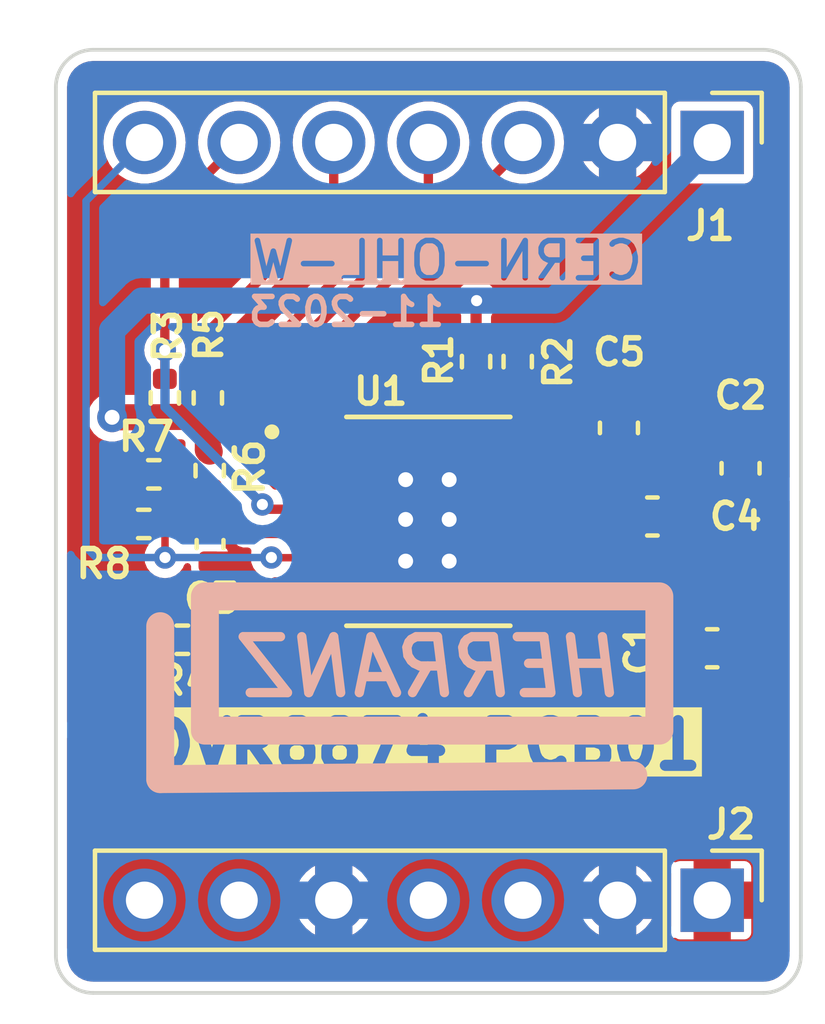
<source format=kicad_pcb>
(kicad_pcb (version 20221018) (generator pcbnew)
  (layers (0 "F.Cu" signal) (31 "B.Cu" signal) (34 "B.Paste" user) (35 "F.Paste" user) (36 "B.SilkS" user "B.Silkscreen") (37 "F.SilkS" user "F.Silkscreen") (38 "B.Mask" user) (39 "F.Mask" user) (44 "Edge.Cuts" user))
  (net 0 "")
  (net 1 "Vdrive")
  (net 2 "GND")
  (net 3 "Net-(U1-VCP)")
  (net 4 "+3V3")
  (net 5 "Net-(U1-CPH)")
  (net 6 "Net-(U1-CPL)")
  (net 7 "/Pmode")
  (net 8 "/nFault")
  (net 9 "/nSleep")
  (net 10 "/PWM")
  (net 11 "/DIR")
  (net 12 "/CurrADC")
  (net 13 "/M+")
  (net 14 "/M-")
  (net 15 "Net-(U1-IMODE)")
  (net 16 "Net-(U1-VREF)")
  (footprint "Resistor_SMD:R_0402_1005Metric" (layer "F.Cu") (at 119.9248 110.99 90)
    (fp_text reference "R3" (at 1.6603 0.0752 90) (layer "F.SilkS") (effects (font (size 0.7 0.7))))
    (fp_text value "10K")
    (fp_line (start -0.153641 -0.38) (end 0.153641 -0.38) (stroke (width 0.12)) (layer "F.SilkS"))
    (fp_line (start -0.153641 0.38) (end 0.153641 0.38) (stroke (width 0.12)) (layer "F.SilkS"))
    (pad "1" smd roundrect (at -0.51 0 90) (size 0.54 0.64) (layers "F.Cu" "F.Paste" "F.Mask") (net 4 "+3V3"))
    (pad "2" smd roundrect (at 0.51 0 90) (size 0.54 0.64) (layers "F.Cu" "F.Paste" "F.Mask") (net 8 "/nFault"))
  )
  (footprint "Resistor_SMD:R_0402_1005Metric" (layer "F.Cu") (at 120.396 117.475)
    (fp_text reference "R4" (at 0.0508 1.0922) (layer "F.SilkS") (effects (font (size 0.75 0.75))))
    (fp_text value "62K")
    (fp_line (start -0.153641 -0.38) (end 0.153641 -0.38) (stroke (width 0.12)) (layer "F.SilkS"))
    (fp_line (start -0.153641 0.38) (end 0.153641 0.38) (stroke (width 0.12)) (layer "F.SilkS"))
    (pad "1" smd roundrect (at -0.51 0) (size 0.54 0.64) (layers "F.Cu" "F.Paste" "F.Mask") (net 2 "GND"))
    (pad "2" smd roundrect (at 0.51 0) (size 0.54 0.64) (layers "F.Cu" "F.Paste" "F.Mask") (net 15 "Net-(U1-IMODE)"))
  )
  (footprint "Capacitor_SMD:C_0603_1608Metric" (layer "F.Cu") (at 132.1168 111.7945 90)
    (fp_text reference "C5" (at 2.032 0.0092) (layer "F.SilkS") (effects (font (size 0.7 0.7))))
    (fp_text value "22nF")
    (fp_line (start -0.14058 -0.51) (end 0.14058 -0.51) (stroke (width 0.12)) (layer "F.SilkS"))
    (fp_line (start -0.14058 0.51) (end 0.14058 0.51) (stroke (width 0.12)) (layer "F.SilkS"))
    (pad "1" smd roundrect (at -0.775 0 90) (size 0.9 0.95) (layers "F.Cu" "F.Paste" "F.Mask") (net 5 "Net-(U1-CPH)"))
    (pad "2" smd roundrect (at 0.775 0 90) (size 0.9 0.95) (layers "F.Cu" "F.Paste" "F.Mask") (net 6 "Net-(U1-CPL)"))
  )
  (footprint "Resistor_SMD:R_0402_1005Metric" (layer "F.Cu") (at 129.399 110.0165 -90)
    (fp_text reference "R2" (at 0.0163 -1.0808 -90) (layer "F.SilkS") (effects (font (size 0.7 0.7))))
    (fp_text value "0")
    (fp_line (start -0.153641 -0.38) (end 0.153641 -0.38) (stroke (width 0.12)) (layer "F.SilkS"))
    (fp_line (start -0.153641 0.38) (end 0.153641 0.38) (stroke (width 0.12)) (layer "F.SilkS"))
    (pad "1" smd roundrect (at -0.51 0 270) (size 0.54 0.64) (layers "F.Cu" "F.Paste" "F.Mask") (net 2 "GND"))
    (pad "2" smd roundrect (at 0.51 0 270) (size 0.54 0.64) (layers "F.Cu" "F.Paste" "F.Mask") (net 7 "/Pmode"))
  )
  (footprint "Resistor_SMD:R_0402_1005Metric" (layer "F.Cu") (at 128.2814 110.0165 90)
    (fp_text reference "R1" (at 0.0345 -1.002 270) (layer "F.SilkS") (effects (font (size 0.7 0.7))))
    (fp_text value "0")
    (fp_line (start -0.153641 -0.38) (end 0.153641 -0.38) (stroke (width 0.12)) (layer "F.SilkS"))
    (fp_line (start -0.153641 0.38) (end 0.153641 0.38) (stroke (width 0.12)) (layer "F.SilkS"))
    (pad "1" smd roundrect (at -0.51 0 90) (size 0.54 0.64) (layers "F.Cu" "F.Paste" "F.Mask") (net 7 "/Pmode"))
    (pad "2" smd roundrect (at 0.51 0 90) (size 0.54 0.64) (layers "F.Cu" "F.Paste" "F.Mask") (net 4 "+3V3"))
  )
  (footprint "Capacitor_SMD:C_0603_1608Metric" (layer "F.Cu") (at 135.382 112.8776 90)
    (fp_text reference "C2" (at 1.9558 0) (layer "F.SilkS") (effects (font (size 0.7 0.7))))
    (fp_text value "100nF")
    (fp_line (start -0.14058 -0.51) (end 0.14058 -0.51) (stroke (width 0.12)) (layer "F.SilkS"))
    (fp_line (start -0.14058 0.51) (end 0.14058 0.51) (stroke (width 0.12)) (layer "F.SilkS"))
    (pad "1" smd roundrect (at -0.775 0 90) (size 0.9 0.95) (layers "F.Cu" "F.Paste" "F.Mask") (net 1 "Vdrive"))
    (pad "2" smd roundrect (at 0.775 0 90) (size 0.9 0.95) (layers "F.Cu" "F.Paste" "F.Mask") (net 2 "GND"))
  )
  (footprint "Connector_PinHeader_2.54mm:PinHeader_1x07_P2.54mm_Vertical" (layer "F.Cu") (at 134.62 124.46 -90)
    (fp_text reference "J2" (at -2.032 -0.508 -180) (layer "F.SilkS") (effects (font (size 0.75 0.75))))
    (fp_text value "Conn1x7")
    (fp_line (start -1.33 -1.33) (end 0 -1.33) (stroke (width 0.12)) (layer "F.SilkS"))
    (fp_line (start -1.33 0) (end -1.33 -1.33) (stroke (width 0.12)) (layer "F.SilkS"))
    (fp_line (start -1.33 1.27) (end -1.33 16.57) (stroke (width 0.12)) (layer "F.SilkS"))
    (fp_line (start -1.33 1.27) (end 1.33 1.27) (stroke (width 0.12)) (layer "F.SilkS"))
    (fp_line (start -1.33 16.57) (end 1.33 16.57) (stroke (width 0.12)) (layer "F.SilkS"))
    (fp_line (start 1.33 1.27) (end 1.33 16.57) (stroke (width 0.12)) (layer "F.SilkS"))
    (pad "1" thru_hole rect (at 0 0 270) (size 1.7 1.7) (drill 1) (layers "*.Cu" "*.Mask") (net 1 "Vdrive"))
    (pad "2" thru_hole oval (at 0 2.54 270) (size 1.7 1.7) (drill 1) (layers "*.Cu" "*.Mask") (net 2 "GND"))
    (pad "3" thru_hole oval (at 0 5.08 270) (size 1.7 1.7) (drill 1) (layers "*.Cu" "*.Mask") (net 14 "/M-"))
    (pad "4" thru_hole oval (at 0 7.62 270) (size 1.7 1.7) (drill 1) (layers "*.Cu" "*.Mask") (net 14 "/M-"))
    (pad "5" thru_hole oval (at 0 10.16 270) (size 1.7 1.7) (drill 1) (layers "*.Cu" "*.Mask") (net 2 "GND"))
    (pad "6" thru_hole oval (at 0 12.7 270) (size 1.7 1.7) (drill 1) (layers "*.Cu" "*.Mask") (net 13 "/M+"))
    (pad "7" thru_hole oval (at 0 15.24 270) (size 1.7 1.7) (drill 1) (layers "*.Cu" "*.Mask") (net 13 "/M+"))
  )
  (footprint "Resistor_SMD:R_0402_1005Metric" (layer "F.Cu") (at 119.63 113.04)
    (fp_text reference "R7" (at -0.2 -1.01) (layer "F.SilkS") (effects (font (size 0.75 0.75))))
    (fp_text value "0")
    (fp_line (start -0.153641 -0.38) (end 0.153641 -0.38) (stroke (width 0.12)) (layer "F.SilkS"))
    (fp_line (start -0.153641 0.38) (end 0.153641 0.38) (stroke (width 0.12)) (layer "F.SilkS"))
    (pad "1" smd roundrect (at -0.51 0) (size 0.54 0.64) (layers "F.Cu" "F.Paste" "F.Mask") (net 2 "GND"))
    (pad "2" smd roundrect (at 0.51 0) (size 0.54 0.64) (layers "F.Cu" "F.Paste" "F.Mask") (net 16 "Net-(U1-VREF)"))
  )
  (footprint "Capacitor_SMD:C_0402_1005Metric" (layer "F.Cu") (at 121.14 114.91 -90)
    (fp_text reference "C3" (at 1.46 -0.04) (layer "F.SilkS") (effects (font (size 0.75 0.75))))
    (fp_text value "Gen_C")
    (fp_line (start -0.107836 -0.36) (end 0.107836 -0.36) (stroke (width 0.12)) (layer "F.SilkS"))
    (fp_line (start -0.107836 0.36) (end 0.107836 0.36) (stroke (width 0.12)) (layer "F.SilkS"))
    (pad "1" smd roundrect (at -0.48 0 270) (size 0.56 0.62) (layers "F.Cu" "F.Paste" "F.Mask") (net 16 "Net-(U1-VREF)"))
    (pad "2" smd roundrect (at 0.48 0 270) (size 0.56 0.62) (layers "F.Cu" "F.Paste" "F.Mask") (net 2 "GND"))
  )
  (footprint "Capacitor_SMD:C_0603_1608Metric" (layer "F.Cu") (at 134.62 117.7036 180)
    (fp_text reference "C1" (at 1.9558 -0.0254 90) (layer "F.SilkS") (effects (font (size 0.7 0.7))))
    (fp_text value "100nF")
    (fp_line (start -0.14058 -0.51) (end 0.14058 -0.51) (stroke (width 0.12)) (layer "F.SilkS"))
    (fp_line (start -0.14058 0.51) (end 0.14058 0.51) (stroke (width 0.12)) (layer "F.SilkS"))
    (pad "1" smd roundrect (at -0.775 0 180) (size 0.9 0.95) (layers "F.Cu" "F.Paste" "F.Mask") (net 1 "Vdrive"))
    (pad "2" smd roundrect (at 0.775 0 180) (size 0.9 0.95) (layers "F.Cu" "F.Paste" "F.Mask") (net 2 "GND"))
  )
  (footprint "Capacitor_SMD:C_0603_1608Metric" (layer "F.Cu") (at 133.015 114.17 180)
    (fp_text reference "C4" (at -2.24 0) (layer "F.SilkS") (effects (font (size 0.7 0.7))))
    (fp_text value "100nF")
    (fp_line (start -0.14058 -0.51) (end 0.14058 -0.51) (stroke (width 0.12)) (layer "F.SilkS"))
    (fp_line (start -0.14058 0.51) (end 0.14058 0.51) (stroke (width 0.12)) (layer "F.SilkS"))
    (pad "1" smd roundrect (at -0.775 0 180) (size 0.9 0.95) (layers "F.Cu" "F.Paste" "F.Mask") (net 1 "Vdrive"))
    (pad "2" smd roundrect (at 0.775 0 180) (size 0.9 0.95) (layers "F.Cu" "F.Paste" "F.Mask") (net 3 "Net-(U1-VCP)"))
  )
  (footprint "Connector_PinHeader_2.54mm:PinHeader_1x07_P2.54mm_Vertical" (layer "F.Cu") (at 134.62 104.14 -90)
    (fp_text reference "J1" (at 2.2352 0.0508) (layer "F.SilkS") (effects (font (size 0.75 0.75))))
    (fp_text value "Conn1x7")
    (fp_line (start -1.33 -1.33) (end 0 -1.33) (stroke (width 0.12)) (layer "F.SilkS"))
    (fp_line (start -1.33 0) (end -1.33 -1.33) (stroke (width 0.12)) (layer "F.SilkS"))
    (fp_line (start -1.33 1.27) (end -1.33 16.57) (stroke (width 0.12)) (layer "F.SilkS"))
    (fp_line (start -1.33 1.27) (end 1.33 1.27) (stroke (width 0.12)) (layer "F.SilkS"))
    (fp_line (start -1.33 16.57) (end 1.33 16.57) (stroke (width 0.12)) (layer "F.SilkS"))
    (fp_line (start 1.33 1.27) (end 1.33 16.57) (stroke (width 0.12)) (layer "F.SilkS"))
    (pad "1" thru_hole rect (at 0 0 270) (size 1.7 1.7) (drill 1) (layers "*.Cu" "*.Mask") (net 4 "+3V3"))
    (pad "2" thru_hole oval (at 0 2.54 270) (size 1.7 1.7) (drill 1) (layers "*.Cu" "*.Mask") (net 2 "GND"))
    (pad "3" thru_hole oval (at 0 5.08 270) (size 1.7 1.7) (drill 1) (layers "*.Cu" "*.Mask") (net 10 "/PWM"))
    (pad "4" thru_hole oval (at 0 7.62 270) (size 1.7 1.7) (drill 1) (layers "*.Cu" "*.Mask") (net 11 "/DIR"))
    (pad "5" thru_hole oval (at 0 10.16 270) (size 1.7 1.7) (drill 1) (layers "*.Cu" "*.Mask") (net 9 "/nSleep"))
    (pad "6" thru_hole oval (at 0 12.7 270) (size 1.7 1.7) (drill 1) (layers "*.Cu" "*.Mask") (net 8 "/nFault"))
    (pad "7" thru_hole oval (at 0 15.24 270) (size 1.7 1.7) (drill 1) (layers "*.Cu" "*.Mask") (net 12 "/CurrADC"))
  )
  (footprint "Herranz - PowerIC:SOP65P640X120-17N" (layer "F.Cu") (at 127 114.3)
    (fp_text reference "U1" (at -1.28 -3.485) (layer "F.SilkS") (effects (font (size 0.7 0.7))))
    (fp_text value "DRV8874PWPR")
    (fp_line (start -2.2 -2.8) (end 2.2 -2.8) (stroke (width 0.127)) (layer "F.SilkS"))
    (fp_line (start -2.2 2.8) (end 2.2 2.8) (stroke (width 0.127)) (layer "F.SilkS"))
    (fp_circle (center -4.2 -2.4) (end -4.1 -2.4) (stroke (width 0.2)) (fill none) (layer "F.SilkS"))
    (pad "1" smd roundrect (at -2.87 -2.275) (size 1.57 0.41) (layers "F.Cu" "F.Paste" "F.Mask") (roundrect_rratio 0.05) (net 10 "/PWM"))
    (pad "2" smd roundrect (at -2.87 -1.625) (size 1.57 0.41) (layers "F.Cu" "F.Paste" "F.Mask") (roundrect_rratio 0.05) (net 11 "/DIR"))
    (pad "3" smd roundrect (at -2.87 -0.975) (size 1.57 0.41) (layers "F.Cu" "F.Paste" "F.Mask") (roundrect_rratio 0.05) (net 9 "/nSleep"))
    (pad "4" smd roundrect (at -2.87 -0.325) (size 1.57 0.41) (layers "F.Cu" "F.Paste" "F.Mask") (roundrect_rratio 0.05) (net 8 "/nFault"))
    (pad "5" smd roundrect (at -2.87 0.325) (size 1.57 0.41) (layers "F.Cu" "F.Paste" "F.Mask") (roundrect_rratio 0.05) (net 16 "Net-(U1-VREF)"))
    (pad "6" smd roundrect (at -2.87 0.975) (size 1.57 0.41) (layers "F.Cu" "F.Paste" "F.Mask") (roundrect_rratio 0.05) (net 12 "/CurrADC"))
    (pad "7" smd roundrect (at -2.87 1.625) (size 1.57 0.41) (layers "F.Cu" "F.Paste" "F.Mask") (roundrect_rratio 0.05) (net 15 "Net-(U1-IMODE)"))
    (pad "8" smd roundrect (at -2.87 2.275) (size 1.57 0.41) (layers "F.Cu" "F.Paste" "F.Mask") (roundrect_rratio 0.05) (net 13 "/M+"))
    (pad "9" smd roundrect (at 2.87 2.275) (size 1.57 0.41) (layers "F.Cu" "F.Paste" "F.Mask") (roundrect_rratio 0.05) (net 2 "GND"))
    (pad "10" smd roundrect (at 2.87 1.625) (size 1.57 0.41) (layers "F.Cu" "F.Paste" "F.Mask") (roundrect_rratio 0.05) (net 14 "/M-"))
    (pad "11" smd roundrect (at 2.87 0.975) (size 1.57 0.41) (layers "F.Cu" "F.Paste" "F.Mask") (roundrect_rratio 0.05) (net 1 "Vdrive"))
    (pad "12" smd roundrect (at 2.87 0.325) (size 1.57 0.41) (layers "F.Cu" "F.Paste" "F.Mask") (roundrect_rratio 0.05) (net 3 "Net-(U1-VCP)"))
    (pad "13" smd roundrect (at 2.87 -0.325) (size 1.57 0.41) (layers "F.Cu" "F.Paste" "F.Mask") (roundrect_rratio 0.05) (net 5 "Net-(U1-CPH)"))
    (pad "14" smd roundrect (at 2.87 -0.975) (size 1.57 0.41) (layers "F.Cu" "F.Paste" "F.Mask") (roundrect_rratio 0.05) (net 6 "Net-(U1-CPL)"))
    (pad "15" smd roundrect (at 2.87 -1.625) (size 1.57 0.41) (layers "F.Cu" "F.Paste" "F.Mask") (roundrect_rratio 0.05) (net 2 "GND"))
    (pad "16" smd roundrect (at 2.87 -2.275) (size 1.57 0.41) (layers "F.Cu" "F.Paste" "F.Mask") (roundrect_rratio 0.05) (net 7 "/Pmode"))
    (pad "17" smd rect (at 0 0) (size 2.48 3.4) (layers "F.Cu" "F.Mask"))
  )
  (footprint "Resistor_SMD:R_0402_1005Metric" (layer "F.Cu") (at 121.08 110.99 90)
    (fp_text reference "R5" (at 1.6857 0.0288 90) (layer "F.SilkS") (effects (font (size 0.7 0.7))))
    (fp_text value "10K")
    (fp_line (start -0.153641 -0.38) (end 0.153641 -0.38) (stroke (width 0.12)) (layer "F.SilkS"))
    (fp_line (start -0.153641 0.38) (end 0.153641 0.38) (stroke (width 0.12)) (layer "F.SilkS"))
    (pad "1" smd roundrect (at -0.51 0 90) (size 0.54 0.64) (layers "F.Cu" "F.Paste" "F.Mask") (net 4 "+3V3"))
    (pad "2" smd roundrect (at 0.51 0 90) (size 0.54 0.64) (layers "F.Cu" "F.Paste" "F.Mask") (net 9 "/nSleep"))
  )
  (footprint "Resistor_SMD:R_0402_1005Metric" (layer "F.Cu") (at 119.36 114.37)
    (fp_text reference "R8" (at -1.07 1.07) (layer "F.SilkS") (effects (font (size 0.75 0.75))))
    (fp_text value "0")
    (fp_line (start -0.153641 -0.38) (end 0.153641 -0.38) (stroke (width 0.12)) (layer "F.SilkS"))
    (fp_line (start -0.153641 0.38) (end 0.153641 0.38) (stroke (width 0.12)) (layer "F.SilkS"))
    (pad "1" smd roundrect (at -0.51 0) (size 0.54 0.64) (layers "F.Cu" "F.Paste" "F.Mask") (net 2 "GND"))
    (pad "2" smd roundrect (at 0.51 0) (size 0.54 0.64) (layers "F.Cu" "F.Paste" "F.Mask") (net 12 "/CurrADC"))
  )
  (footprint "Resistor_SMD:R_0402_1005Metric" (layer "F.Cu") (at 121.13 112.94 90)
    (fp_text reference "R6" (at 0.09 1.07 90) (layer "F.SilkS") (effects (font (size 0.75 0.75))))
    (fp_text value "0")
    (fp_line (start -0.153641 -0.38) (end 0.153641 -0.38) (stroke (width 0.12)) (layer "F.SilkS"))
    (fp_line (start -0.153641 0.38) (end 0.153641 0.38) (stroke (width 0.12)) (layer "F.SilkS"))
    (pad "1" smd roundrect (at -0.51 0 90) (size 0.54 0.64) (layers "F.Cu" "F.Paste" "F.Mask") (net 16 "Net-(U1-VREF)"))
    (pad "2" smd roundrect (at 0.51 0 90) (size 0.54 0.64) (layers "F.Cu" "F.Paste" "F.Mask") (net 4 "+3V3"))
  )
  (footprint "Herranz - Various:LOGO_small" (layer "B.Cu") (at 127.1016 118.2116 180)
    (fp_text reference "U2" hide)
    (fp_text value "Logo_Small" hide)
    (fp_text user "HERRANZ" (at 0 0 unlocked) (layer "B.SilkS") (effects (font (size 1.5 1.5) (thickness 0.25) italic) (justify mirror)))
    (fp_line (start 7.3 -3) (end -5.4 -2.9) (stroke (width 0.75)) (layer "B.SilkS"))
    (fp_line (start 7.3 1.1) (end 7.3 -3) (stroke (width 0.75)) (layer "B.SilkS"))
    (fp_rect (start -6.1 1.9) (end 6.1 -1.7) (stroke (width 0.75)) (fill none) (layer "B.SilkS"))
  )
  (gr_arc (start 137 125.945) (mid 136.707107 126.652107) (end 136 126.945) (stroke (width 0.1)) (layer "Edge.Cuts"))
  (gr_line (start 118 101.655) (end 136 101.655) (stroke (width 0.1)) (layer "Edge.Cuts"))
  (gr_line (start 136 126.945) (end 118 126.945) (stroke (width 0.1)) (layer "Edge.Cuts"))
  (gr_arc (start 136 101.655) (mid 136.707107 101.947893) (end 137 102.655) (stroke (width 0.1)) (layer "Edge.Cuts"))
  (gr_line (start 117 125.945) (end 117 102.655) (stroke (width 0.1)) (layer "Edge.Cuts"))
  (gr_arc (start 118 126.945) (mid 117.292893 126.652107) (end 117 125.945) (stroke (width 0.1)) (layer "Edge.Cuts"))
  (gr_line (start 137 102.655) (end 137 125.945) (stroke (width 0.1)) (layer "Edge.Cuts"))
  (gr_arc (start 117 102.655) (mid 117.292893 101.947893) (end 118 101.655) (stroke (width 0.1)) (layer "Edge.Cuts"))
  (gr_text "CERN-OHL-W" (at 132.842 107.8992) (layer "B.SilkS" knockout) (effects (font (size 1 1)) (justify left bottom mirror)))
  (gr_text "11-2023" (at 127.508 109.1184) (layer "B.SilkS") (effects (font (size 0.75 0.75)) (justify left bottom mirror)))
  (gr_text "DVR8874 PCB01" (at 119.2784 121.0056) (layer "F.SilkS" knockout) (effects (font (size 1.2 1.2) (thickness 0.3)) (justify left bottom)))
  (segment (start 129.87 116.575) (end 127.392 116.575) (width 0.25) (layer "F.Cu") (net 2))
  (segment (start 127.392 116.575) (end 127.381 116.586) (width 0.25) (layer "F.Cu") (net 2))
  (via (at 127.5588 113.1824) (size 0.8) (drill 0.4) (layers "F.Cu" "B.Cu") (net 2))
  (via (at 126.3904 113.1824) (size 0.8) (drill 0.4) (layers "F.Cu" "B.Cu") (net 2))
  (via (at 127.5588 115.3668) (size 0.8) (drill 0.4) (layers "F.Cu" "B.Cu") (net 2))
  (via (at 126.3904 114.2492) (size 0.8) (drill 0.4) (layers "F.Cu" "B.Cu") (net 2))
  (via (at 126.3904 115.3668) (size 0.8) (drill 0.4) (layers "F.Cu" "B.Cu") (net 2))
  (via (at 127.5588 114.2492) (size 0.8) (drill 0.4) (layers "F.Cu" "B.Cu") (net 2))
  (segment (start 131.87 114.17) (end 131.41 114.63) (width 0.25) (layer "F.Cu") (net 3))
  (segment (start 131.41 114.63) (end 131.405 114.625) (width 0.25) (layer "F.Cu") (net 3))
  (segment (start 131.405 114.625) (end 129.87 114.625) (width 0.25) (layer "F.Cu") (net 3))
  (segment (start 132.24 114.17) (end 131.87 114.17) (width 0.25) (layer "F.Cu") (net 3))
  (segment (start 121.08 111.5) (end 119.9248 111.5) (width 0.7) (layer "F.Cu") (net 4))
  (segment (start 119.9148 111.51) (end 119.9248 111.5) (width 0.7) (layer "F.Cu") (net 4))
  (segment (start 121.08 111.5) (end 121.08 112.38) (width 0.7) (layer "F.Cu") (net 4))
  (segment (start 128.2954 108.3818) (end 128.2814 108.3958) (width 0.3) (layer "F.Cu") (net 4))
  (segment (start 118.5095 111.51) (end 119.9148 111.51) (width 0.7) (layer "F.Cu") (net 4))
  (segment (start 119.93 111.5052) (end 119.9248 111.5) (width 0.7) (layer "F.Cu") (net 4))
  (segment (start 121.08 112.38) (end 121.13 112.43) (width 0.7) (layer "F.Cu") (net 4))
  (segment (start 128.2814 108.3958) (end 128.2814 109.5065) (width 0.3) (layer "F.Cu") (net 4))
  (via (at 118.5095 111.51) (size 0.8) (drill 0.4) (layers "F.Cu" "B.Cu") (net 4))
  (via (at 128.2954 108.3818) (size 0.6) (drill 0.3) (layers "F.Cu" "B.Cu") (net 4))
  (segment (start 118.5095 109.1761) (end 118.5095 111.51) (width 0.7) (layer "B.Cu") (net 4))
  (segment (start 119.3038 108.3818) (end 118.5095 109.1761) (width 0.7) (layer "B.Cu") (net 4))
  (segment (start 128.2954 108.3818) (end 130.3782 108.3818) (width 0.7) (layer "B.Cu") (net 4))
  (segment (start 128.2954 108.3818) (end 119.3038 108.3818) (width 0.7) (layer "B.Cu") (net 4))
  (segment (start 130.3782 108.3818) (end 134.62 104.14) (width 0.7) (layer "B.Cu") (net 4))
  (segment (start 131.21 113.975) (end 129.87 113.975) (width 0.25) (layer "F.Cu") (net 5))
  (segment (start 132.1168 113.0682) (end 131.21 113.975) (width 0.25) (layer "F.Cu") (net 5))
  (segment (start 132.1168 112.5695) (end 132.1168 113.0682) (width 0.25) (layer "F.Cu") (net 5))
  (segment (start 131.155 112.93) (end 130.76 113.325) (width 0.25) (layer "F.Cu") (net 6))
  (segment (start 132.1168 111.0195) (end 131.5755 111.0195) (width 0.25) (layer "F.Cu") (net 6))
  (segment (start 131.155 111.44) (end 131.155 112.93) (width 0.25) (layer "F.Cu") (net 6))
  (segment (start 130.76 113.325) (end 129.87 113.325) (width 0.25) (layer "F.Cu") (net 6))
  (segment (start 131.5755 111.0195) (end 131.155 111.44) (width 0.25) (layer "F.Cu") (net 6))
  (segment (start 128.2814 110.5265) (end 129.399 110.5265) (width 0.25) (layer "F.Cu") (net 7))
  (segment (start 129.399 110.5265) (end 129.399 111.554) (width 0.25) (layer "F.Cu") (net 7))
  (segment (start 129.399 111.554) (end 129.87 112.025) (width 0.25) (layer "F.Cu") (net 7))
  (segment (start 121.92 104.14) (end 119.9248 106.1352) (width 0.25) (layer "F.Cu") (net 8))
  (segment (start 119.9248 110.48) (end 119.9248 109.71) (width 0.25) (layer "F.Cu") (net 8))
  (segment (start 122.670627 113.975) (end 124.13 113.975) (width 0.25) (layer "F.Cu") (net 8))
  (segment (start 122.543454 113.847827) (end 122.670627 113.975) (width 0.25) (layer "F.Cu") (net 8))
  (segment (start 119.9248 106.1352) (end 119.9248 109.71) (width 0.25) (layer "F.Cu") (net 8))
  (via (at 122.543454 113.847827) (size 0.6) (drill 0.3) (layers "F.Cu" "B.Cu") (net 8))
  (via (at 119.9248 109.71) (size 0.6) (drill 0.3) (layers "F.Cu" "B.Cu") (net 8))
  (segment (start 119.93 109.7152) (end 119.9248 109.71) (width 0.25) (layer "B.Cu") (net 8))
  (segment (start 122.543454 113.847827) (end 122.543454 113.843351) (width 0.25) (layer "B.Cu") (net 8))
  (segment (start 119.93 111.229897) (end 119.93 109.7152) (width 0.25) (layer "B.Cu") (net 8))
  (segment (start 122.543454 113.843351) (end 119.93 111.229897) (width 0.25) (layer "B.Cu") (net 8))
  (segment (start 124.46 105.83) (end 121.08 109.21) (width 0.25) (layer "F.Cu") (net 9))
  (segment (start 121.08 109.21) (end 121.08 110.48) (width 0.25) (layer "F.Cu") (net 9))
  (segment (start 124.46 104.14) (end 124.46 105.83) (width 0.25) (layer "F.Cu") (net 9))
  (segment (start 122.904511 113.325) (end 121.87 112.290489) (width 0.25) (layer "F.Cu") (net 9))
  (segment (start 121.87 110.66) (end 121.69 110.48) (width 0.25) (layer "F.Cu") (net 9))
  (segment (start 121.69 110.48) (end 121.08 110.48) (width 0.25) (layer "F.Cu") (net 9))
  (segment (start 124.13 113.325) (end 122.904511 113.325) (width 0.25) (layer "F.Cu") (net 9))
  (segment (start 121.87 112.290489) (end 121.87 110.66) (width 0.25) (layer "F.Cu") (net 9))
  (segment (start 124.13 112.025) (end 124.13 109.66) (width 0.25) (layer "F.Cu") (net 10))
  (segment (start 124.13 109.66) (end 129.54 104.25) (width 0.25) (layer "F.Cu") (net 10))
  (segment (start 129.54 104.25) (end 129.54 104.14) (width 0.25) (layer "F.Cu") (net 10))
  (segment (start 122.905 112.675) (end 122.39 112.16) (width 0.25) (layer "F.Cu") (net 11))
  (segment (start 127 105.32) (end 127 104.14) (width 0.25) (layer "F.Cu") (net 11))
  (segment (start 124.13 112.675) (end 122.905 112.675) (width 0.25) (layer "F.Cu") (net 11))
  (segment (start 122.39 112.16) (end 122.39 109.93) (width 0.25) (layer "F.Cu") (net 11))
  (segment (start 122.39 109.93) (end 127 105.32) (width 0.25) (layer "F.Cu") (net 11))
  (segment (start 122.79 115.275) (end 122.785 115.27) (width 0.2) (layer "F.Cu") (net 12))
  (segment (start 119.93 114.43) (end 119.87 114.37) (width 0.2) (layer "F.Cu") (net 12))
  (segment (start 119.93 115.27) (end 119.93 114.43) (width 0.2) (layer "F.Cu") (net 12))
  (segment (start 124.13 115.275) (end 122.79 115.275) (width 0.2) (layer "F.Cu") (net 12))
  (via (at 119.93 115.27) (size 0.6) (drill 0.3) (layers "F.Cu" "B.Cu") (net 12))
  (via (at 122.785 115.27) (size 0.6) (drill 0.3) (layers "F.Cu" "B.Cu") (net 12))
  (segment (start 118.08 115.27) (end 119.93 115.27) (width 0.2) (layer "B.Cu") (net 12))
  (segment (start 122.785 115.27) (end 119.93 115.27) (width 0.2) (layer "B.Cu") (net 12))
  (segment (start 118.08 115.27) (end 117.81 115) (width 0.2) (layer "B.Cu") (net 12))
  (segment (start 117.81 115) (end 117.81 105.71) (width 0.2) (layer "B.Cu") (net 12))
  (segment (start 117.81 105.71) (end 119.38 104.14) (width 0.2) (layer "B.Cu") (net 12))
  (segment (start 122.8858 115.925) (end 121.3084 117.5024) (width 0.25) (layer "F.Cu") (net 15))
  (segment (start 121.3084 117.5024) (end 120.8786 117.5024) (width 0.25) (layer "F.Cu") (net 15))
  (segment (start 124.13 115.925) (end 122.8858 115.925) (width 0.25) (layer "F.Cu") (net 15))
  (segment (start 121.14 114.43) (end 121.14 113.46) (width 0.25) (layer "F.Cu") (net 16))
  (segment (start 121.89 114.43) (end 122.085 114.625) (width 0.25) (layer "F.Cu") (net 16))
  (segment (start 122.085 114.625) (end 124.13 114.625) (width 0.25) (layer "F.Cu") (net 16))
  (segment (start 120.55 113.45) (end 120.14 113.04) (width 0.25) (layer "F.Cu") (net 16))
  (segment (start 121.14 113.46) (end 121.13 113.45) (width 0.25) (layer "F.Cu") (net 16))
  (segment (start 121.13 113.45) (end 120.55 113.45) (width 0.25) (layer "F.Cu") (net 16))
  (segment (start 121.14 114.43) (end 121.89 114.43) (width 0.25) (layer "F.Cu") (net 16))
  (zone (net 13) (net_name "/M+") (layer "F.Cu") (priority 1) (connect_pads yes (clearance 0.25)) (min_thickness 0.2) (fill yes (thermal_gap 0.2) (thermal_bridge_width 1) (smoothing fillet))
    (polygon (pts (xy 122.68 116.23) (xy 122.68 116.69) (xy 119.35 120.02) (xy 117.72 120.02) (xy 117.1 120.02) (xy 117.1 125.8344) (xy 123.23 125.8344) (xy 123.23 122.52) (xy 123.232435 121.979938) (xy 125.55 119.644236) (xy 125.55 118.42) (xy 125.55 116.3) (xy 125.48 116.23)))
  )
  (zone (net 1) (net_name "Vdrive") (layer "F.Cu") (priority 2) (connect_pads (clearance 0.25)) (min_thickness 0.2) (fill yes (thermal_gap 0.2) (thermal_bridge_width 1) (smoothing fillet))
    (polygon (pts (xy 128.63 114.87) (xy 128.63 115.7) (xy 132.09 115.7) (xy 132.93 116.54) (xy 134.8296 116.54) (xy 134.8296 121.970593) (xy 133.53 123.26) (xy 133.51 125.93) (xy 133.54 125.94) (xy 136.73 125.94) (xy 136.73 113.75) (xy 136.17 113.19) (xy 130.31 113.19)))
  )
  (zone (net 14) (net_name "/M-") (layer "F.Cu") (priority 3) (connect_pads yes (clearance 0.25)) (min_thickness 0.25) (fill yes (thermal_gap 0.5) (thermal_bridge_width 0.5))
    (polygon (pts (xy 128.3462 115.7224) (xy 128.3462 118.8974) (xy 125.5014 121.7422) (xy 125.5014 125.9586) (xy 130.8862 125.9586) (xy 130.8862 123.1646) (xy 130.8735 123.1519) (xy 132.0292 121.9962) (xy 132.3086 121.7168) (xy 132.3086 116.3574) (xy 132.3086 115.7224)))
  )
  (zone (net 2) (net_name "GND") (layers "F&B.Cu") (connect_pads (clearance 0.25)) (min_thickness 0.2) (fill yes (thermal_gap 0.2) (thermal_bridge_width 1) (smoothing fillet))
    (polygon (pts (xy 137.19 101.26) (xy 137.3 127.42) (xy 115.5 127.51) (xy 116.23 100.32)))
  )
)
</source>
